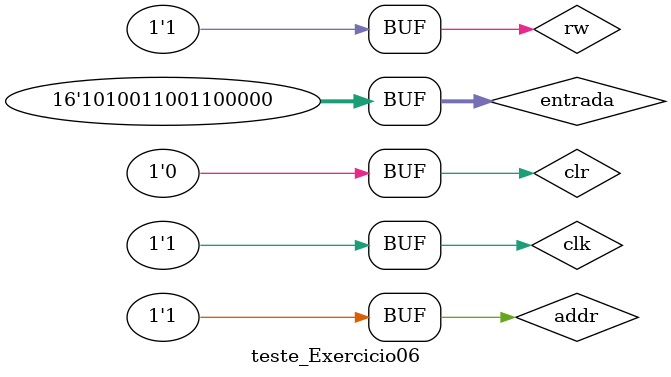
<source format=v>

	
	`include "Exercicio03.v" 
	

	
		
		
		module Exercicio06(output [15:0]saida, input [15:0]inp, input clk, input addr, input rw,  input clr );
				
			
		
		Exercicio03 mem1(saida[7:0], inp[7:0], clk, addr, rw, clr);
		Exercicio03 mem2(saida[15:8], inp[15:8], clk, addr, rw, clr);
		
		
		
		
endmodule	

// ------------------------- 
// -- teste
// -------------------------
    
	  module teste_Exercicio06; 

// ------------------------- definir dados 
    
	  reg [15:0]entrada;
	  reg clk;
	  reg addr;
	  reg rw;
	  reg clr; 
	  wire [15:0]saida;
	 
// ------------------------- instancia 
	 
     Exercicio06 mod1 (saida, entrada, clk, addr, rw, clr);
	  
// ------------------------- parte principal 
    
	 initial begin

      $display("Entrada\tClk\tAddr\tR/W\tClr\tSaida\n");
		 #1 entrada = 1110000010100010;  clk = 1;  addr = 0;  rw = 1;  clr = 1;
		$monitor("%4b\t%1b\t%1b\t%1b\t%1b\t%4b",entrada, clk, addr, rw, clr, saida);
		 #1 entrada = 1101111111100000;  clk = 1;  addr = 1;  rw = 1;  clr = 0;
				 

     end		 
	endmodule 
			 
</source>
